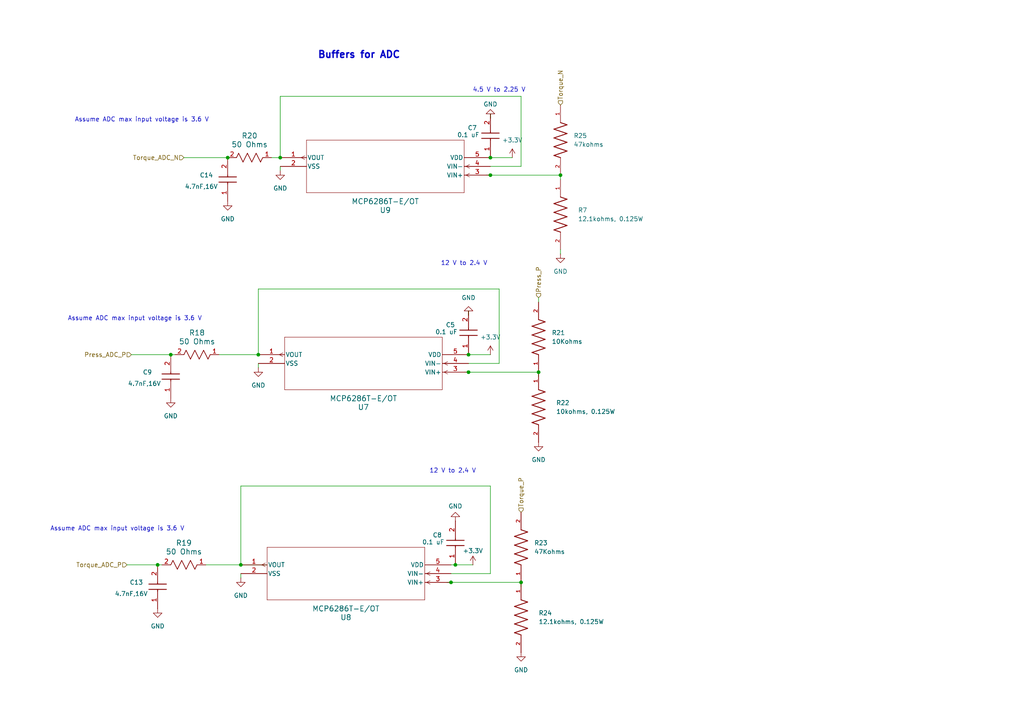
<source format=kicad_sch>
(kicad_sch (version 20231120) (generator "eeschema") (generator_version "8.0")
  (paper "A4")
  (lib_symbols
    (symbol "SMV_Custom:C0805C475K4RACTU" (pin_names hide)
      (property "Reference" "C" (at 5.334 4.572 0))
      (property "Value" "4.7uF,16V" (at 8.89 3.81 0))
      (symbol "C0805C475K4RACTU_1_1"
        (polyline (pts (xy 5.08 0) (xy 5.588 0)) (stroke (width 0.254)))
        (polyline (pts (xy 5.588 2.54) (xy 5.588 -2.54)) (stroke (width 0.254)))
        (polyline (pts (xy 7.112 0) (xy 7.62 0)) (stroke (width 0.254)))
        (polyline (pts (xy 7.112 2.54) (xy 7.112 -2.54)) (stroke (width 0.254)))
        (pin passive line (at 0 0 0) (length 5.08) (name "1") (number "1"))
        (pin passive line (at 12.7 0 180) (length 5.08) (name "2") (number "2"))
      )
    )
    (symbol "SMV_Custom:CRCW020149R9FNED" (pin_names (offset 0.254))
      (property "Reference" "R" (at 5.715 3.81 0))
      (property "Value" "CRCW020149R9FNED, 50Ω" (at 6.35 -3.81 0))
      (symbol "CRCW020149R9FNED_1_1"
        (polyline (pts (xy 2.54 0) (xy 3.175 1.27)) (stroke (width 0.2032)))
        (polyline (pts (xy 3.175 1.27) (xy 4.445 -1.27)) (stroke (width 0.2032)))
        (polyline (pts (xy 4.445 -1.27) (xy 5.715 1.27)) (stroke (width 0.2032)))
        (polyline (pts (xy 5.715 1.27) (xy 6.985 -1.27)) (stroke (width 0.2032)))
        (polyline (pts (xy 6.985 -1.27) (xy 8.255 1.27)) (stroke (width 0.2032)))
        (polyline (pts (xy 8.255 1.27) (xy 9.525 -1.27)) (stroke (width 0.2032)))
        (polyline (pts (xy 9.525 -1.27) (xy 10.16 0)) (stroke (width 0.2032)))
        (pin passive line (at 12.7 0 180) (length 2.54) (name "") (number "1"))
        (pin passive line (at 0 0 0) (length 2.54) (name "") (number "2"))
      )
      (symbol "CRCW020149R9FNED_1_2"
        (polyline (pts (xy -1.27 3.175) (xy 1.27 4.445)) (stroke (width 0.2032)))
        (polyline (pts (xy -1.27 5.715) (xy 1.27 6.985)) (stroke (width 0.2032)))
        (polyline (pts (xy -1.27 8.255) (xy 1.27 9.525)) (stroke (width 0.2032)))
        (polyline (pts (xy 0 2.54) (xy -1.27 3.175)) (stroke (width 0.2032)))
        (polyline (pts (xy 1.27 4.445) (xy -1.27 5.715)) (stroke (width 0.2032)))
        (polyline (pts (xy 1.27 6.985) (xy -1.27 8.255)) (stroke (width 0.2032)))
        (polyline (pts (xy 1.27 9.525) (xy 0 10.16)) (stroke (width 0.2032)))
        (pin unspecified line (at 0 12.7 270) (length 2.54) (name "") (number "1"))
        (pin unspecified line (at 0 0 90) (length 2.54) (name "") (number "2"))
      )
    )
    (symbol "SMV_Custom:CRCW080510K0FKEAC" (pin_names (offset 1.016))
      (property "Reference" "R" (at -0.508 3.81 0))
      (property "Value" "10kohms, 0.125W" (at -7.63 -5.0866 0))
      (symbol "CRCW080510K0FKEAC_0_0"
        (polyline (pts (xy -5.08 0) (xy -4.445 1.905)) (stroke (width 0.254)))
        (polyline (pts (xy -4.445 1.905) (xy -3.175 -1.905)) (stroke (width 0.254)))
        (polyline (pts (xy -3.175 -1.905) (xy -1.905 1.905)) (stroke (width 0.254)))
        (polyline (pts (xy -1.905 1.905) (xy -0.635 -1.905)) (stroke (width 0.254)))
        (polyline (pts (xy -0.635 -1.905) (xy 0.635 1.905)) (stroke (width 0.254)))
        (polyline (pts (xy 0.635 1.905) (xy 1.905 -1.905)) (stroke (width 0.254)))
        (polyline (pts (xy 1.905 -1.905) (xy 3.175 1.905)) (stroke (width 0.254)))
        (polyline (pts (xy 3.175 1.905) (xy 4.445 -1.905)) (stroke (width 0.254)))
        (polyline (pts (xy 4.445 -1.905) (xy 5.08 0)) (stroke (width 0.254)))
        (pin passive line (at -10.16 0 0) (length 5.08) (name "~") (number "1"))
        (pin passive line (at 10.16 0 180) (length 5.08) (name "~") (number "2"))
      )
    )
    (symbol "SMV_Custom:CRCW080520K0FKEAC" (pin_names (offset 1.016))
      (property "Reference" "R" (at -7.6244 2.5415 0))
      (property "Value" "CRCW080520K0FKEAC" (at -7.63 -5.0866 0))
      (symbol "CRCW080520K0FKEAC_0_0"
        (polyline (pts (xy -5.08 0) (xy -4.445 1.905)) (stroke (width 0.254)))
        (polyline (pts (xy -4.445 1.905) (xy -3.175 -1.905)) (stroke (width 0.254)))
        (polyline (pts (xy -3.175 -1.905) (xy -1.905 1.905)) (stroke (width 0.254)))
        (polyline (pts (xy -1.905 1.905) (xy -0.635 -1.905)) (stroke (width 0.254)))
        (polyline (pts (xy -0.635 -1.905) (xy 0.635 1.905)) (stroke (width 0.254)))
        (polyline (pts (xy 0.635 1.905) (xy 1.905 -1.905)) (stroke (width 0.254)))
        (polyline (pts (xy 1.905 -1.905) (xy 3.175 1.905)) (stroke (width 0.254)))
        (polyline (pts (xy 3.175 1.905) (xy 4.445 -1.905)) (stroke (width 0.254)))
        (polyline (pts (xy 4.445 -1.905) (xy 5.08 0)) (stroke (width 0.254)))
        (pin passive line (at -10.16 0 0) (length 5.08) (name "~") (number "1"))
        (pin passive line (at 10.16 0 180) (length 5.08) (name "~") (number "2"))
      )
    )
    (symbol "SMV_Custom:MCP6286T-E_OT" (pin_names (offset 0.254))
      (property "Reference" "U" (at 30.48 10.16 0))
      (property "Value" "MCP6286T-E/OT" (at 30.48 7.62 0))
      (symbol "MCP6286T-E_OT_0_1"
        (polyline (pts (xy 7.0993 -0.5207) (xy 6.0579 0)) (stroke (width 0.127)))
        (polyline (pts (xy 7.0993 0.5207) (xy 6.0579 0)) (stroke (width 0.127)))
        (polyline (pts (xy 7.62 -10.16) (xy 53.34 -10.16)) (stroke (width 0.127)))
        (polyline (pts (xy 7.62 5.08) (xy 7.62 -10.16)) (stroke (width 0.127)))
        (polyline (pts (xy 53.34 -10.16) (xy 53.34 5.08)) (stroke (width 0.127)))
        (polyline (pts (xy 53.34 5.08) (xy 7.62 5.08)) (stroke (width 0.127)))
        (polyline (pts (xy 53.8607 -5.08) (xy 54.9021 -5.6007)) (stroke (width 0.127)))
        (polyline (pts (xy 53.8607 -5.08) (xy 54.9021 -4.5593)) (stroke (width 0.127)))
        (polyline (pts (xy 53.8607 -2.54) (xy 54.9021 -3.0607)) (stroke (width 0.127)))
        (polyline (pts (xy 53.8607 -2.54) (xy 54.9021 -2.0193)) (stroke (width 0.127)))
        (pin output line (at 0 0 0) (length 7.62) (name "VOUT") (number "1"))
        (pin power_in line (at 0 -2.54 0) (length 7.62) (name "VSS") (number "2"))
        (pin input line (at 60.96 -5.08 180) (length 7.62) (name "VIN+") (number "3"))
        (pin input line (at 60.96 -2.54 180) (length 7.62) (name "VIN-") (number "4"))
        (pin power_in line (at 60.96 0 180) (length 7.62) (name "VDD") (number "5"))
      )
    )
    (symbol "power:GND" (power) (pin_numbers hide) (pin_names (offset 0) hide)
      (property "Value" "GND" (at 0 -3.81 0))
      (symbol "GND_0_1"
        (polyline (pts (xy 0 0) (xy 0 -1.27) (xy 1.27 -1.27) (xy 0 -2.54) (xy -1.27 -1.27) (xy 0 -1.27)))
      )
      (symbol "GND_1_1"
        (pin power_in line (at 0 0 270) (length 0) (name "~") (number "1"))
      )
    )
    (symbol "power:VDD" (power) (pin_numbers hide) (pin_names (offset 0) hide)
      (property "Value" "VDD" (at 0 3.556 0))
      (symbol "VDD_0_1"
        (polyline (pts (xy -0.762 1.27) (xy 0 2.54)))
        (polyline (pts (xy 0 0) (xy 0 2.54)))
        (polyline (pts (xy 0 2.54) (xy 0.762 1.27)))
      )
      (symbol "VDD_1_1"
        (pin power_in line (at 0 0 90) (length 0) (name "~") (number "1"))
      )
    )
  )
  (junction (at 81.28 45.72))
  (junction (at 156.21 107.95))
  (junction (at 66.04 45.72))
  (junction (at 142.24 45.72))
  (junction (at 130.81 168.91))
  (junction (at 135.89 102.87))
  (junction (at 162.56 50.8))
  (junction (at 151.13 168.91))
  (junction (at 45.72 163.83))
  (junction (at 69.85 163.83))
  (junction (at 74.93 102.87))
  (junction (at 49.53 102.87))
  (junction (at 142.24 50.8))
  (junction (at 132.08 163.83))
  (junction (at 135.89 107.95))
  (wire (pts (xy 142.24 34.29) (xy 142.24 33.02)))
  (wire (pts (xy 151.13 48.26) (xy 151.13 27.94)))
  (wire (pts (xy 156.21 86.36) (xy 156.21 87.63)))
  (wire (pts (xy 69.85 167.64) (xy 69.85 166.37)))
  (wire (pts (xy 135.89 105.41) (xy 144.78 105.41)))
  (wire (pts (xy 63.5 102.87) (xy 74.93 102.87)))
  (wire (pts (xy 134.62 107.95) (xy 135.89 107.95)))
  (wire (pts (xy 69.85 163.83) (xy 77.47 163.83)))
  (wire (pts (xy 151.13 27.94) (xy 81.28 27.94)))
  (wire (pts (xy 78.74 45.72) (xy 81.28 45.72)))
  (wire (pts (xy 74.93 83.82) (xy 74.93 102.87)))
  (wire (pts (xy 53.34 45.72) (xy 66.04 45.72)))
  (wire (pts (xy 137.16 163.83) (xy 132.08 163.83)))
  (wire (pts (xy 38.1 102.87) (xy 49.53 102.87)))
  (wire (pts (xy 135.89 91.44) (xy 135.89 90.17)))
  (wire (pts (xy 144.78 83.82) (xy 74.93 83.82)))
  (wire (pts (xy 140.97 50.8) (xy 142.24 50.8)))
  (wire (pts (xy 142.24 102.87) (xy 135.89 102.87)))
  (wire (pts (xy 142.24 48.26) (xy 151.13 48.26)))
  (wire (pts (xy 129.54 168.91) (xy 130.81 168.91)))
  (wire (pts (xy 49.53 102.87) (xy 50.8 102.87)))
  (wire (pts (xy 135.89 107.95) (xy 156.21 107.95)))
  (wire (pts (xy 142.24 50.8) (xy 162.56 50.8)))
  (wire (pts (xy 69.85 140.97) (xy 69.85 163.83)))
  (wire (pts (xy 142.24 166.37) (xy 142.24 140.97)))
  (wire (pts (xy 59.69 163.83) (xy 69.85 163.83)))
  (wire (pts (xy 156.21 107.95) (xy 156.21 109.22)))
  (wire (pts (xy 36.83 163.83) (xy 45.72 163.83)))
  (wire (pts (xy 162.56 50.8) (xy 162.56 52.07)))
  (wire (pts (xy 162.56 73.66) (xy 162.56 72.39)))
  (wire (pts (xy 148.59 45.72) (xy 142.24 45.72)))
  (wire (pts (xy 144.78 105.41) (xy 144.78 83.82)))
  (wire (pts (xy 130.81 168.91) (xy 151.13 168.91)))
  (wire (pts (xy 74.93 106.68) (xy 74.93 105.41)))
  (wire (pts (xy 81.28 49.53) (xy 81.28 48.26)))
  (wire (pts (xy 142.24 140.97) (xy 69.85 140.97)))
  (wire (pts (xy 81.28 27.94) (xy 81.28 45.72)))
  (wire (pts (xy 45.72 163.83) (xy 46.99 163.83)))
  (wire (pts (xy 151.13 168.91) (xy 151.13 170.18)))
  (wire (pts (xy 130.81 166.37) (xy 142.24 166.37)))
  (wire (pts (xy 132.08 163.83) (xy 130.81 163.83)))
  (text "12 V to 2.4 V\n" (at 134.62 76.454 0) (effects (font (size 1.27 1.27))))
  (text "Assume ADC max input voltage is 3.6 V\n" (at 39.116 92.456 0) (effects (font (size 1.27 1.27))))
  (text "Buffers for ADC" (at 104.14 16.002 0) (effects (font (size 2 2) (thickness 0.4) (bold yes))))
  (text "12 V to 2.4 V" (at 131.318 136.652 0) (effects (font (size 1.27 1.27))))
  (text "4.5 V to 2.25 V" (at 144.78 26.162 0) (effects (font (size 1.27 1.27))))
  (text "Assume ADC max input voltage is 3.6 V\n" (at 34.036 153.416 0) (effects (font (size 1.27 1.27))))
  (text "Assume ADC max input voltage is 3.6 V\n" (at 41.148 34.798 0) (effects (font (size 1.27 1.27))))
  (hierarchical_label "Torque_ADC_N" (shape input) (at 53.34 45.72 180))
  (hierarchical_label "Press_ADC_P" (shape input) (at 38.1 102.87 180))
  (hierarchical_label "Press_P" (shape input) (at 156.21 86.36 90))
  (hierarchical_label "Torque_ADC_P" (shape input) (at 36.83 163.83 180))
  (hierarchical_label "Torque_P" (shape input) (at 151.13 148.59 90))
  (hierarchical_label "Torque_N" (shape input) (at 162.56 30.48 90))
  (symbol (lib_id "SMV_Custom:C0805C475K4RACTU") (at 142.24 45.72 90) (unit 1)
    (property "Reference" "C7" (at 135.636 37.084 90) (effects (justify right)))
    (property "Value" "0.1 uF" (at 132.588 39.116 90) (effects (justify right)))
    (property "Footprint" "SMV_Passives:Cap0805" (effects (hide yes)))
    (property "Datasheet" "C0805F104K5RACAUTO" (effects (hide yes)))
    (property "Description" "C141162" (effects (hide yes)))
    (property "Height" "1.1" (effects (hide yes)))
    (property "Manufacturer_Name" "KEMET" (effects (hide yes)))
    (property "Manufacturer_Part_Number" "C0805C475K4RACTU" (effects (hide yes)))
    (property "Mouser Part Number" "80-C0805C475K4R" (effects (hide yes)))
    (property "Mouser Price/Stock" "https://www.mouser.co.uk/ProductDetail/KEMET/C0805C475K4RACTU?qs=iP0bYSAMAFomlmlmK2IJkg%3D%3D" (effects (hide yes)))
    (property "Arrow Part Number" "C0805C475K4RACTU" (effects (hide yes)))
    (property "Arrow Price/Stock" "https://www.arrow.com/en/products/c0805c475k4ractu/kemet-corporation?region=nac" (effects (hide yes)))
  )
  (symbol (lib_id "power:VDD") (at 148.59 45.72 0) (unit 1)
    (property "Reference" "#PWR060" (effects (hide yes)))
    (property "Value" "+3.3V" (at 148.59 40.64 0))
    (property "Description" "Power symbol creates a global label with name \"VDD\"" (effects (hide yes)))
  )
  (symbol (lib_id "power:GND") (at 135.89 91.44 180) (unit 1)
    (property "Reference" "#PWR016" (effects (hide yes)))
    (property "Value" "GND" (at 135.89 86.36 0))
    (property "Description" "Power symbol creates a global label with name \"GND\" , ground" (effects (hide yes)))
  )
  (symbol (lib_id "SMV_Custom:MCP6286T-E_OT") (at 74.93 102.87 0) (unit 1)
    (property "Reference" "U7" (at 105.41 118.11 0) (effects (font (size 1.524 1.524))))
    (property "Value" "MCP6286T-E/OT" (at 105.41 115.57 0) (effects (font (size 1.524 1.524))))
    (property "Footprint" "SMV_ICs:SOT-23-5_MC_MCH" (effects (hide yes)))
    (property "Datasheet" "MCP6286T-E/OT" (effects (hide yes)))
    (property "Description" "C623478" (effects (hide yes)))
  )
  (symbol (lib_id "power:GND") (at 66.04 58.42 0) (unit 1)
    (property "Reference" "#PWR054" (effects (hide yes)))
    (property "Value" "GND" (at 66.04 63.5 0))
    (property "Description" "Power symbol creates a global label with name \"GND\" , ground" (effects (hide yes)))
  )
  (symbol (lib_id "SMV_Custom:C0805C475K4RACTU") (at 49.53 115.57 90) (unit 1)
    (property "Reference" "C9" (at 41.402 107.95 90) (effects (justify right)))
    (property "Value" "4.7nF,16V" (at 37.084 111.252 90) (effects (justify right)))
    (property "Footprint" "SMV_Passives:CAPC17595_87N_KEM" (effects (hide yes)))
    (property "Datasheet" "C0603C472K5RACAUTO" (effects (hide yes)))
    (property "Description" "C141106" (effects (hide yes)))
    (property "Height" "1.1" (effects (hide yes)))
    (property "Manufacturer_Name" "KEMET" (effects (hide yes)))
    (property "Manufacturer_Part_Number" "C0805C475K4RACTU" (effects (hide yes)))
    (property "Mouser Part Number" "80-C0805C475K4R" (effects (hide yes)))
    (property "Mouser Price/Stock" "https://www.mouser.co.uk/ProductDetail/KEMET/C0805C475K4RACTU?qs=iP0bYSAMAFomlmlmK2IJkg%3D%3D" (effects (hide yes)))
    (property "Arrow Part Number" "C0805C475K4RACTU" (effects (hide yes)))
    (property "Arrow Price/Stock" "https://www.arrow.com/en/products/c0805c475k4ractu/kemet-corporation?region=nac" (effects (hide yes)))
  )
  (symbol (lib_id "power:GND") (at 156.21 128.27 0) (unit 1)
    (property "Reference" "#PWR061" (effects (hide yes)))
    (property "Value" "GND" (at 156.21 133.35 0))
    (property "Description" "Power symbol creates a global label with name \"GND\" , ground" (effects (hide yes)))
  )
  (symbol (lib_id "power:GND") (at 69.85 167.64 0) (unit 1)
    (property "Reference" "#PWR056" (effects (hide yes)))
    (property "Value" "GND" (at 69.85 172.72 0))
    (property "Description" "Power symbol creates a global label with name \"GND\" , ground" (effects (hide yes)))
  )
  (symbol (lib_id "power:VDD") (at 142.24 102.87 0) (unit 1)
    (property "Reference" "#PWR058" (effects (hide yes)))
    (property "Value" "+3.3V" (at 142.24 97.79 0))
    (property "Description" "Power symbol creates a global label with name \"VDD\"" (effects (hide yes)))
  )
  (symbol (lib_id "power:VDD") (at 137.16 163.83 0) (unit 1)
    (property "Reference" "#PWR059" (effects (hide yes)))
    (property "Value" "+3.3V" (at 137.16 159.766 0))
    (property "Description" "Power symbol creates a global label with name \"VDD\"" (effects (hide yes)))
  )
  (symbol (lib_id "SMV_Custom:MCP6286T-E_OT") (at 69.85 163.83 0) (unit 1)
    (property "Reference" "U8" (at 100.33 179.07 0) (effects (font (size 1.524 1.524))))
    (property "Value" "MCP6286T-E/OT" (at 100.33 176.53 0) (effects (font (size 1.524 1.524))))
    (property "Footprint" "SMV_ICs:SOT-23-5_MC_MCH" (effects (hide yes)))
    (property "Datasheet" "MCP6286T-E/OT" (effects (hide yes)))
    (property "Description" "C623478" (effects (hide yes)))
  )
  (symbol (lib_id "SMV_Custom:CRCW080510K0FKEAC") (at 156.21 118.11 270) (unit 1)
    (property "Reference" "R22" (at 161.29 116.8399 90) (effects (justify left)))
    (property "Value" "10kohms, 0.125W" (at 161.29 119.3799 90) (effects (justify left)))
    (property "Footprint" "SMV_Passives:RES_CRCW_0402" (effects (hide yes)))
    (property "Datasheet" "TNPW040210K0BEED" (effects (hide yes)))
    (property "Description" "C844452" (effects (hide yes)))
    (property "MF" "Vishay Dale" (effects (hide yes)))
    (property "Description_1" "\n                        \n                            10 kOhms ±1% 0.125W, 1/8W Chip Resistor 0805 (2012 Metric) - Thick Film\n                        \n" (effects (hide yes)))
    (property "Package" "2012 Vishay" (effects (hide yes)))
    (property "Price" "None" (effects (hide yes)))
    (property "SnapEDA_Link" "https://www.snapeda.com/parts/CRCW080510K0FKEAC/Vishay+Dale/view-part/?ref=snap" (effects (hide yes)))
    (property "MP" "CRCW080510K0FKEAC" (effects (hide yes)))
    (property "Availability" "In Stock" (effects (hide yes)))
    (property "Check_prices" "https://www.snapeda.com/parts/CRCW080510K0FKEAC/Vishay+Dale/view-part/?ref=eda" (effects (hide yes)))
  )
  (symbol (lib_id "SMV_Custom:CRCW080520K0FKEAC") (at 151.13 158.75 90) (unit 1)
    (property "Reference" "R23" (at 154.94 157.4799 90) (effects (justify right)))
    (property "Value" "47Kohms" (at 154.94 160.0199 90) (effects (justify right)))
    (property "Footprint" "SMV_Passives:0603_resistors" (effects (hide yes)))
    (property "Datasheet" "TNPW060347K0BEEA" (effects (hide yes)))
    (property "Description" "C2089026" (effects (hide yes)))
  )
  (symbol (lib_id "power:GND") (at 49.53 115.57 0) (unit 1)
    (property "Reference" "#PWR052" (effects (hide yes)))
    (property "Value" "GND" (at 49.53 120.65 0))
    (property "Description" "Power symbol creates a global label with name \"GND\" , ground" (effects (hide yes)))
  )
  (symbol (lib_id "power:GND") (at 45.72 176.53 0) (unit 1)
    (property "Reference" "#PWR053" (effects (hide yes)))
    (property "Value" "GND" (at 45.72 181.61 0))
    (property "Description" "Power symbol creates a global label with name \"GND\" , ground" (effects (hide yes)))
  )
  (symbol (lib_id "SMV_Custom:C0805C475K4RACTU") (at 45.72 176.53 90) (unit 1)
    (property "Reference" "C13" (at 37.592 168.91 90) (effects (justify right)))
    (property "Value" "4.7nF,16V" (at 33.274 172.212 90) (effects (justify right)))
    (property "Footprint" "SMV_Passives:CAPC17595_87N_KEM" (effects (hide yes)))
    (property "Datasheet" "C0603C472K5RACAUTO" (effects (hide yes)))
    (property "Description" "C141106" (effects (hide yes)))
    (property "Height" "1.1" (effects (hide yes)))
    (property "Manufacturer_Name" "KEMET" (effects (hide yes)))
    (property "Manufacturer_Part_Number" "C0805C475K4RACTU" (effects (hide yes)))
    (property "Mouser Part Number" "80-C0805C475K4R" (effects (hide yes)))
    (property "Mouser Price/Stock" "https://www.mouser.co.uk/ProductDetail/KEMET/C0805C475K4RACTU?qs=iP0bYSAMAFomlmlmK2IJkg%3D%3D" (effects (hide yes)))
    (property "Arrow Part Number" "C0805C475K4RACTU" (effects (hide yes)))
    (property "Arrow Price/Stock" "https://www.arrow.com/en/products/c0805c475k4ractu/kemet-corporation?region=nac" (effects (hide yes)))
  )
  (symbol (lib_id "power:GND") (at 142.24 34.29 180) (unit 1)
    (property "Reference" "#PWR030" (effects (hide yes)))
    (property "Value" "GND" (at 142.24 30.226 0))
    (property "Description" "Power symbol creates a global label with name \"GND\" , ground" (effects (hide yes)))
  )
  (symbol (lib_id "SMV_Custom:CRCW020149R9FNED") (at 50.8 102.87 0) (unit 1)
    (property "Reference" "R18" (at 57.15 96.52 0) (effects (font (size 1.524 1.524))))
    (property "Value" "50 Ohms" (at 57.15 99.06 0) (effects (font (size 1.524 1.524))))
    (property "Footprint" "SMV_Passives:0805RESC2012X60N" (effects (hide yes)))
    (property "Datasheet" "CRCW080549R9FKEA" (effects (hide yes)))
    (property "Description" "C844847" (effects (hide yes)))
  )
  (symbol (lib_id "SMV_Custom:C0805C475K4RACTU") (at 132.08 163.83 90) (unit 1)
    (property "Reference" "C8" (at 125.476 155.194 90) (effects (justify right)))
    (property "Value" "0.1 uF" (at 122.428 157.226 90) (effects (justify right)))
    (property "Footprint" "SMV_Passives:Cap0805" (effects (hide yes)))
    (property "Datasheet" "C0805F104K5RACAUTO" (effects (hide yes)))
    (property "Description" "C141162" (effects (hide yes)))
    (property "Height" "1.1" (effects (hide yes)))
    (property "Manufacturer_Name" "KEMET" (effects (hide yes)))
    (property "Manufacturer_Part_Number" "C0805C475K4RACTU" (effects (hide yes)))
    (property "Mouser Part Number" "80-C0805C475K4R" (effects (hide yes)))
    (property "Mouser Price/Stock" "https://www.mouser.co.uk/ProductDetail/KEMET/C0805C475K4RACTU?qs=iP0bYSAMAFomlmlmK2IJkg%3D%3D" (effects (hide yes)))
    (property "Arrow Part Number" "C0805C475K4RACTU" (effects (hide yes)))
    (property "Arrow Price/Stock" "https://www.arrow.com/en/products/c0805c475k4ractu/kemet-corporation?region=nac" (effects (hide yes)))
  )
  (symbol (lib_id "SMV_Custom:CRCW020149R9FNED") (at 46.99 163.83 0) (unit 1)
    (property "Reference" "R19" (at 53.34 157.48 0) (effects (font (size 1.524 1.524))))
    (property "Value" "50 Ohms" (at 53.34 160.02 0) (effects (font (size 1.524 1.524))))
    (property "Footprint" "SMV_Passives:0805RESC2012X60N" (effects (hide yes)))
    (property "Datasheet" "CRCW080549R9FKEA" (effects (hide yes)))
    (property "Description" "C844847" (effects (hide yes)))
  )
  (symbol (lib_id "power:GND") (at 151.13 189.23 0) (unit 1)
    (property "Reference" "#PWR062" (effects (hide yes)))
    (property "Value" "GND" (at 151.13 194.31 0))
    (property "Description" "Power symbol creates a global label with name \"GND\" , ground" (effects (hide yes)))
  )
  (symbol (lib_id "SMV_Custom:CRCW080510K0FKEAC") (at 162.56 62.23 270) (unit 1)
    (property "Reference" "R7" (at 167.64 60.9599 90) (effects (justify left)))
    (property "Value" "12.1kohms, 0.125W" (at 167.64 63.4999 90) (effects (justify left)))
    (property "Footprint" "SMV_Passives:0603_resistors" (effects (hide yes)))
    (property "Datasheet" "TNPW060312K1BEEA" (effects (hide yes)))
    (property "Description" "C2075023" (effects (hide yes)))
    (property "MF" "Vishay Dale" (effects (hide yes)))
    (property "Description_1" "\n                        \n                            10 kOhms ±1% 0.125W, 1/8W Chip Resistor 0805 (2012 Metric) - Thick Film\n                        \n" (effects (hide yes)))
    (property "Package" "2012 Vishay" (effects (hide yes)))
    (property "Price" "None" (effects (hide yes)))
    (property "SnapEDA_Link" "https://www.snapeda.com/parts/CRCW080510K0FKEAC/Vishay+Dale/view-part/?ref=snap" (effects (hide yes)))
    (property "MP" "CRCW080510K0FKEAC" (effects (hide yes)))
    (property "Availability" "In Stock" (effects (hide yes)))
    (property "Check_prices" "https://www.snapeda.com/parts/CRCW080510K0FKEAC/Vishay+Dale/view-part/?ref=eda" (effects (hide yes)))
  )
  (symbol (lib_id "power:GND") (at 132.08 151.13 180) (unit 1)
    (property "Reference" "#PWR031" (effects (hide yes)))
    (property "Value" "GND" (at 132.08 146.812 0))
    (property "Description" "Power symbol creates a global label with name \"GND\" , ground" (effects (hide yes)))
  )
  (symbol (lib_id "SMV_Custom:CRCW020149R9FNED") (at 66.04 45.72 0) (unit 1)
    (property "Reference" "R20" (at 72.39 39.37 0) (effects (font (size 1.524 1.524))))
    (property "Value" "50 Ohms" (at 72.39 41.91 0) (effects (font (size 1.524 1.524))))
    (property "Footprint" "SMV_Passives:0805RESC2012X60N" (effects (hide yes)))
    (property "Datasheet" "CRCW080549R9FKEA" (effects (hide yes)))
    (property "Description" "C844847" (effects (hide yes)))
  )
  (symbol (lib_id "power:GND") (at 162.56 73.66 0) (unit 1)
    (property "Reference" "#PWR063" (effects (hide yes)))
    (property "Value" "GND" (at 162.56 78.74 0))
    (property "Description" "Power symbol creates a global label with name \"GND\" , ground" (effects (hide yes)))
  )
  (symbol (lib_id "SMV_Custom:CRCW080510K0FKEAC") (at 162.56 40.64 270) (unit 1)
    (property "Reference" "R25" (at 166.37 39.3699 90) (effects (justify left)))
    (property "Value" "47kohms" (at 166.37 41.9099 90) (effects (justify left)))
    (property "Footprint" "SMV_Passives:0603_resistors" (effects (hide yes)))
    (property "Datasheet" "TNPW060347K0BEEA" (effects (hide yes)))
    (property "Description" "C2089026" (effects (hide yes)))
    (property "MF" "Vishay Dale" (effects (hide yes)))
    (property "Description_1" "\n                        \n                            10 kOhms ±1% 0.125W, 1/8W Chip Resistor 0805 (2012 Metric) - Thick Film\n                        \n" (effects (hide yes)))
    (property "Package" "2012 Vishay" (effects (hide yes)))
    (property "Price" "None" (effects (hide yes)))
    (property "SnapEDA_Link" "https://www.snapeda.com/parts/CRCW080510K0FKEAC/Vishay+Dale/view-part/?ref=snap" (effects (hide yes)))
    (property "MP" "CRCW080510K0FKEAC" (effects (hide yes)))
    (property "Availability" "In Stock" (effects (hide yes)))
    (property "Check_prices" "https://www.snapeda.com/parts/CRCW080510K0FKEAC/Vishay+Dale/view-part/?ref=eda" (effects (hide yes)))
  )
  (symbol (lib_id "SMV_Custom:CRCW080510K0FKEAC") (at 151.13 179.07 270) (unit 1)
    (property "Reference" "R24" (at 156.21 177.7999 90) (effects (justify left)))
    (property "Value" "12.1kohms, 0.125W" (at 156.21 180.3399 90) (effects (justify left)))
    (property "Footprint" "SMV_Passives:0603_resistors" (effects (hide yes)))
    (property "Datasheet" "TNPW060312K1BEEA" (effects (hide yes)))
    (property "Description" "C2075023" (effects (hide yes)))
    (property "MF" "Vishay Dale" (effects (hide yes)))
    (property "Description_1" "\n                        \n                            10 kOhms ±1% 0.125W, 1/8W Chip Resistor 0805 (2012 Metric) - Thick Film\n                        \n" (effects (hide yes)))
    (property "Package" "2012 Vishay" (effects (hide yes)))
    (property "Price" "None" (effects (hide yes)))
    (property "SnapEDA_Link" "https://www.snapeda.com/parts/CRCW080510K0FKEAC/Vishay+Dale/view-part/?ref=snap" (effects (hide yes)))
    (property "MP" "CRCW080510K0FKEAC" (effects (hide yes)))
    (property "Availability" "In Stock" (effects (hide yes)))
    (property "Check_prices" "https://www.snapeda.com/parts/CRCW080510K0FKEAC/Vishay+Dale/view-part/?ref=eda" (effects (hide yes)))
  )
  (symbol (lib_id "SMV_Custom:MCP6286T-E_OT") (at 81.28 45.72 0) (unit 1)
    (property "Reference" "U9" (at 111.76 60.96 0) (effects (font (size 1.524 1.524))))
    (property "Value" "MCP6286T-E/OT" (at 111.76 58.42 0) (effects (font (size 1.524 1.524))))
    (property "Footprint" "SMV_ICs:SOT-23-5_MC_MCH" (effects (hide yes)))
    (property "Datasheet" "MCP6286T-E/OT" (effects (hide yes)))
    (property "Description" "C623478" (effects (hide yes)))
  )
  (symbol (lib_id "power:GND") (at 74.93 106.68 0) (unit 1)
    (property "Reference" "#PWR055" (effects (hide yes)))
    (property "Value" "GND" (at 74.93 111.76 0))
    (property "Description" "Power symbol creates a global label with name \"GND\" , ground" (effects (hide yes)))
  )
  (symbol (lib_id "SMV_Custom:CRCW080520K0FKEAC") (at 156.21 97.79 90) (unit 1)
    (property "Reference" "R21" (at 160.02 96.5199 90) (effects (justify right)))
    (property "Value" "10Kohms" (at 160.02 99.0599 90) (effects (justify right)))
    (property "Footprint" "SMV_Passives:RES_TNPW0402_VIS" (effects (hide yes)))
    (property "Datasheet" "TNPW040210K0BEED" (effects (hide yes)))
    (property "Description" "C844452" (effects (hide yes)))
  )
  (symbol (lib_id "SMV_Custom:C0805C475K4RACTU") (at 135.89 102.87 90) (unit 1)
    (property "Reference" "C5" (at 129.286 94.234 90) (effects (justify right)))
    (property "Value" "0.1 uF" (at 126.238 96.266 90) (effects (justify right)))
    (property "Footprint" "SMV_Passives:Cap0805" (effects (hide yes)))
    (property "Datasheet" "C0805F104K5RACAUTO" (effects (hide yes)))
    (property "Description" "C141162" (effects (hide yes)))
    (property "Height" "1.1" (effects (hide yes)))
    (property "Manufacturer_Name" "KEMET" (effects (hide yes)))
    (property "Manufacturer_Part_Number" "C0805C475K4RACTU" (effects (hide yes)))
    (property "Mouser Part Number" "80-C0805C475K4R" (effects (hide yes)))
    (property "Mouser Price/Stock" "https://www.mouser.co.uk/ProductDetail/KEMET/C0805C475K4RACTU?qs=iP0bYSAMAFomlmlmK2IJkg%3D%3D" (effects (hide yes)))
    (property "Arrow Part Number" "C0805C475K4RACTU" (effects (hide yes)))
    (property "Arrow Price/Stock" "https://www.arrow.com/en/products/c0805c475k4ractu/kemet-corporation?region=nac" (effects (hide yes)))
  )
  (symbol (lib_id "power:GND") (at 81.28 49.53 0) (unit 1)
    (property "Reference" "#PWR057" (effects (hide yes)))
    (property "Value" "GND" (at 81.28 54.61 0))
    (property "Description" "Power symbol creates a global label with name \"GND\" , ground" (effects (hide yes)))
  )
  (symbol (lib_id "SMV_Custom:C0805C475K4RACTU") (at 66.04 58.42 90) (unit 1)
    (property "Reference" "C14" (at 57.912 50.8 90) (effects (justify right)))
    (property "Value" "4.7nF,16V" (at 53.594 54.102 90) (effects (justify right)))
    (property "Footprint" "SMV_Passives:CAPC17595_87N_KEM" (effects (hide yes)))
    (property "Datasheet" "C0603C472K5RACAUTO" (effects (hide yes)))
    (property "Description" "C141106" (effects (hide yes)))
    (property "Height" "1.1" (effects (hide yes)))
    (property "Manufacturer_Name" "KEMET" (effects (hide yes)))
    (property "Manufacturer_Part_Number" "C0805C475K4RACTU" (effects (hide yes)))
    (property "Mouser Part Number" "80-C0805C475K4R" (effects (hide yes)))
    (property "Mouser Price/Stock" "https://www.mouser.co.uk/ProductDetail/KEMET/C0805C475K4RACTU?qs=iP0bYSAMAFomlmlmK2IJkg%3D%3D" (effects (hide yes)))
    (property "Arrow Part Number" "C0805C475K4RACTU" (effects (hide yes)))
    (property "Arrow Price/Stock" "https://www.arrow.com/en/products/c0805c475k4ractu/kemet-corporation?region=nac" (effects (hide yes)))
  )
)
</source>
